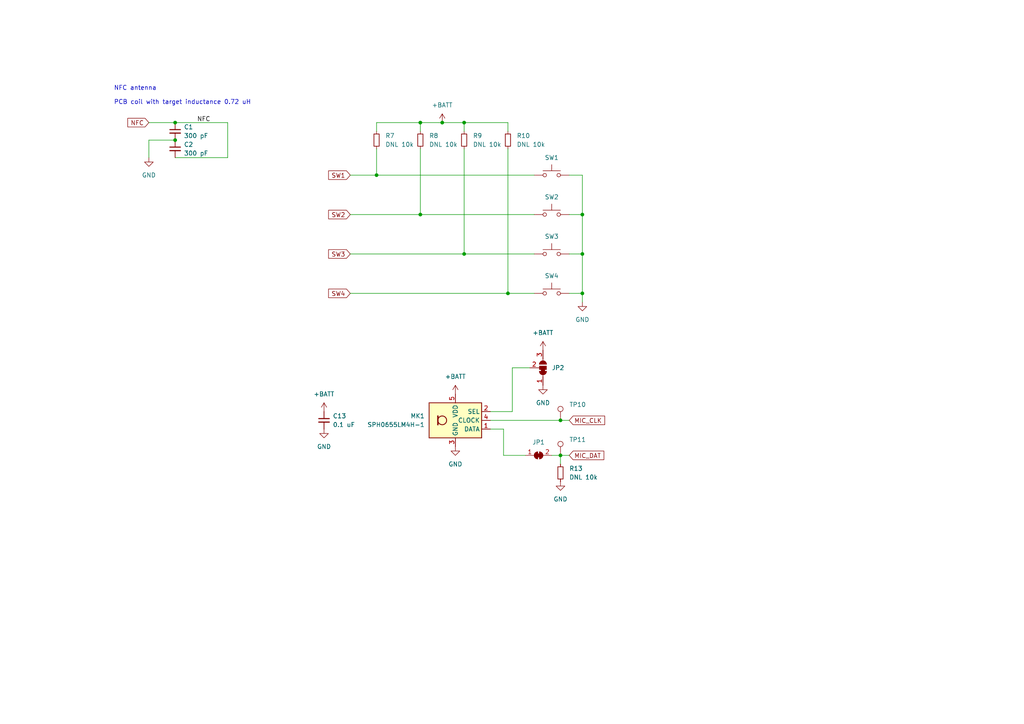
<source format=kicad_sch>
(kicad_sch (version 20211123) (generator eeschema)
  (paper "A4")
  (title_block (title "Paranoids Con Badge") (date "2022-06-21") (rev "A") (company "Yahoo") (comment 1 "See LICENSE file in project root for terms.") (comment 2 "Copyright Yahoo, Licensed under the terms of the Apache-2.0 license.") (comment 4 "Buttons, microphone"))
  (lib_symbols
    (symbol "Connector:TestPoint" (pin_numbers hide) (pin_names (offset 0.762) hide)
      (property "Reference" "TP" (at 0 6.858 0))
      (property "Value" "TestPoint" (at 0 5.08 0))
      (symbol "TestPoint_0_1"
        (circle (center 0 3.302) (radius 0.762))
      )
      (symbol "TestPoint_1_1"
        (pin passive line (at 0 0 90) (length 2.54) (name "1") (number "1"))
      )
    )
    (symbol "Device:C_Small" (pin_numbers hide) (pin_names (offset 0.254) hide)
      (property "Reference" "C" (at 0.254 1.778 0))
      (property "Value" "C_Small" (at 0.254 -2.032 0))
      (symbol "C_Small_0_1"
        (polyline (pts (xy -1.524 -0.508) (xy 1.524 -0.508)) (stroke (width 0.3302)))
        (polyline (pts (xy -1.524 0.508) (xy 1.524 0.508)) (stroke (width 0.3048)))
      )
      (symbol "C_Small_1_1"
        (pin passive line (at 0 2.54 270) (length 2.032) (name "~") (number "1"))
        (pin passive line (at 0 -2.54 90) (length 2.032) (name "~") (number "2"))
      )
    )
    (symbol "Device:R_Small" (pin_numbers hide) (pin_names (offset 0.254) hide)
      (property "Reference" "R" (at 0.762 0.508 0))
      (property "Value" "R_Small" (at 0.762 -1.016 0))
      (symbol "R_Small_0_1"
        (rectangle (start -0.762 1.778) (end 0.762 -1.778) (stroke (width 0.2032)))
      )
      (symbol "R_Small_1_1"
        (pin passive line (at 0 2.54 270) (length 0.762) (name "~") (number "1"))
        (pin passive line (at 0 -2.54 90) (length 0.762) (name "~") (number "2"))
      )
    )
    (symbol "Jumper:SolderJumper_2_Bridged" (pin_names (offset 0) hide)
      (property "Reference" "JP" (at 0 2.032 0))
      (property "Value" "SolderJumper_2_Bridged" (at 0 -2.54 0))
      (symbol "SolderJumper_2_Bridged_0_1"
        (rectangle (start -0.508 0.508) (end 0.508 -0.508) (fill (type outline)))
        (arc (start -0.254 1.016) (mid -1.27 0) (end -0.254 -1.016))
        (arc (start -0.254 1.016) (mid -1.27 0) (end -0.254 -1.016) (fill (type outline)))
        (polyline (pts (xy -0.254 1.016) (xy -0.254 -1.016)))
        (polyline (pts (xy 0.254 1.016) (xy 0.254 -1.016)))
        (arc (start 0.254 -1.016) (mid 1.27 0) (end 0.254 1.016))
        (arc (start 0.254 -1.016) (mid 1.27 0) (end 0.254 1.016) (fill (type outline)))
      )
      (symbol "SolderJumper_2_Bridged_1_1"
        (pin passive line (at -3.81 0 0) (length 2.54) (name "A") (number "1"))
        (pin passive line (at 3.81 0 180) (length 2.54) (name "B") (number "2"))
      )
    )
    (symbol "Jumper:SolderJumper_3_Bridged12" (pin_names (offset 0) hide)
      (property "Reference" "JP" (at -2.54 -2.54 0))
      (property "Value" "SolderJumper_3_Bridged12" (at 0 2.794 0))
      (symbol "SolderJumper_3_Bridged12_0_1"
        (rectangle (start -1.016 0.508) (end -0.508 -0.508) (fill (type outline)))
        (arc (start -1.016 1.016) (mid -2.032 0) (end -1.016 -1.016))
        (arc (start -1.016 1.016) (mid -2.032 0) (end -1.016 -1.016) (fill (type outline)))
        (rectangle (start -0.508 1.016) (end 0.508 -1.016) (fill (type outline)))
        (polyline (pts (xy -2.54 0) (xy -2.032 0)))
        (polyline (pts (xy -1.016 1.016) (xy -1.016 -1.016)))
        (polyline (pts (xy 0 -1.27) (xy 0 -1.016)))
        (polyline (pts (xy 1.016 1.016) (xy 1.016 -1.016)))
        (polyline (pts (xy 2.54 0) (xy 2.032 0)))
        (arc (start 1.016 -1.016) (mid 2.032 0) (end 1.016 1.016))
        (arc (start 1.016 -1.016) (mid 2.032 0) (end 1.016 1.016) (fill (type outline)))
      )
      (symbol "SolderJumper_3_Bridged12_1_1"
        (pin passive line (at -5.08 0 0) (length 2.54) (name "A") (number "1"))
        (pin input line (at 0 -3.81 90) (length 2.54) (name "C") (number "2"))
        (pin passive line (at 5.08 0 180) (length 2.54) (name "B") (number "3"))
      )
    )
    (symbol "Switch:SW_Push" (pin_numbers hide) (pin_names (offset 1.016) hide)
      (property "Reference" "SW" (at 1.27 2.54 0))
      (property "Value" "SW_Push" (at 0 -1.524 0))
      (symbol "SW_Push_0_1"
        (circle (center -2.032 0) (radius 0.508))
        (polyline (pts (xy 0 1.27) (xy 0 3.048)))
        (polyline (pts (xy 2.54 1.27) (xy -2.54 1.27)))
        (circle (center 2.032 0) (radius 0.508))
        (pin passive line (at -5.08 0 0) (length 2.54) (name "1") (number "1"))
        (pin passive line (at 5.08 0 180) (length 2.54) (name "2") (number "2"))
      )
    )
    (symbol "badge_custom_parts:SPH0655LM4H-1"
      (property "Reference" "MK" (at 5.08 6.35 0))
      (property "Value" "SPH0655LM4H-1" (at 8.89 -6.35 0))
      (symbol "SPH0655LM4H-1_1_1"
        (rectangle (start -7.62 5.08) (end 7.62 -5.08) (stroke (width 0.254)) (fill (type background)))
        (circle (center -3.81 0) (radius 1.27) (stroke (width 0.254)))
        (polyline (pts (xy -5.08 1.27) (xy -5.08 -1.27)) (stroke (width 0.381)))
        (pin output line (at 10.16 -2.54 180) (length 2.54) (name "DATA") (number "1"))
        (pin input line (at 10.16 2.54 180) (length 2.54) (name "SEL") (number "2"))
        (pin power_in line (at 0 -7.62 90) (length 2.54) (name "GND") (number "3"))
        (pin input line (at 10.16 0 180) (length 2.54) (name "CLOCK") (number "4"))
        (pin power_in line (at 0 7.62 270) (length 2.54) (name "VDD") (number "5"))
      )
    )
    (symbol "power:+BATT" (power) (pin_names (offset 0))
      (property "Value" "+BATT" (at 0 3.556 0))
      (symbol "+BATT_0_1"
        (polyline (pts (xy -0.762 1.27) (xy 0 2.54)))
        (polyline (pts (xy 0 0) (xy 0 2.54)))
        (polyline (pts (xy 0 2.54) (xy 0.762 1.27)))
      )
      (symbol "+BATT_1_1"
        (pin power_in line (at 0 0 90) (length 0) hide (name "+BATT") (number "1"))
      )
    )
    (symbol "power:GND" (power) (pin_names (offset 0))
      (property "Value" "GND" (at 0 -3.81 0))
      (symbol "GND_0_1"
        (polyline (pts (xy 0 0) (xy 0 -1.27) (xy 1.27 -1.27) (xy 0 -2.54) (xy -1.27 -1.27) (xy 0 -1.27)))
      )
      (symbol "GND_1_1"
        (pin power_in line (at 0 0 270) (length 0) hide (name "GND") (number "1"))
      )
    )
  )
  (junction (at 121.92 35.56))
  (junction (at 162.56 132.08))
  (junction (at 168.91 62.23))
  (junction (at 147.32 85.09))
  (junction (at 50.8 35.56))
  (junction (at 134.62 35.56))
  (junction (at 134.62 73.66))
  (junction (at 128.27 35.56))
  (junction (at 121.92 62.23))
  (junction (at 109.22 50.8))
  (junction (at 50.8 40.64))
  (junction (at 168.91 85.09))
  (junction (at 168.91 73.66))
  (junction (at 162.56 121.92))
  (wire (pts (xy 50.8 40.64) (xy 43.18 40.64)))
  (wire (pts (xy 148.59 106.68) (xy 148.59 119.38)))
  (wire (pts (xy 121.92 38.1) (xy 121.92 35.56)))
  (wire (pts (xy 148.59 119.38) (xy 142.24 119.38)))
  (wire (pts (xy 147.32 35.56) (xy 147.32 38.1)))
  (wire (pts (xy 134.62 43.18) (xy 134.62 73.66)))
  (wire (pts (xy 153.67 106.68) (xy 148.59 106.68)))
  (wire (pts (xy 162.56 121.92) (xy 165.1 121.92)))
  (wire (pts (xy 168.91 73.66) (xy 165.1 73.66)))
  (wire (pts (xy 142.24 121.92) (xy 162.56 121.92)))
  (wire (pts (xy 147.32 85.09) (xy 154.94 85.09)))
  (wire (pts (xy 168.91 87.63) (xy 168.91 85.09)))
  (wire (pts (xy 168.91 73.66) (xy 168.91 85.09)))
  (wire (pts (xy 101.6 73.66) (xy 134.62 73.66)))
  (wire (pts (xy 165.1 50.8) (xy 168.91 50.8)))
  (wire (pts (xy 146.05 132.08) (xy 152.4 132.08)))
  (wire (pts (xy 168.91 85.09) (xy 165.1 85.09)))
  (wire (pts (xy 101.6 85.09) (xy 147.32 85.09)))
  (wire (pts (xy 142.24 124.46) (xy 146.05 124.46)))
  (wire (pts (xy 121.92 35.56) (xy 128.27 35.56)))
  (wire (pts (xy 109.22 35.56) (xy 121.92 35.56)))
  (wire (pts (xy 121.92 62.23) (xy 154.94 62.23)))
  (wire (pts (xy 50.8 35.56) (xy 66.04 35.56)))
  (wire (pts (xy 168.91 50.8) (xy 168.91 62.23)))
  (wire (pts (xy 134.62 73.66) (xy 154.94 73.66)))
  (wire (pts (xy 160.02 132.08) (xy 162.56 132.08)))
  (wire (pts (xy 128.27 35.56) (xy 134.62 35.56)))
  (wire (pts (xy 146.05 124.46) (xy 146.05 132.08)))
  (wire (pts (xy 165.1 62.23) (xy 168.91 62.23)))
  (wire (pts (xy 134.62 38.1) (xy 134.62 35.56)))
  (wire (pts (xy 121.92 43.18) (xy 121.92 62.23)))
  (wire (pts (xy 109.22 50.8) (xy 154.94 50.8)))
  (wire (pts (xy 147.32 43.18) (xy 147.32 85.09)))
  (wire (pts (xy 134.62 35.56) (xy 147.32 35.56)))
  (wire (pts (xy 66.04 35.56) (xy 66.04 45.72)))
  (wire (pts (xy 50.8 45.72) (xy 66.04 45.72)))
  (wire (pts (xy 109.22 43.18) (xy 109.22 50.8)))
  (wire (pts (xy 43.18 35.56) (xy 50.8 35.56)))
  (wire (pts (xy 101.6 50.8) (xy 109.22 50.8)))
  (wire (pts (xy 162.56 132.08) (xy 165.1 132.08)))
  (wire (pts (xy 101.6 62.23) (xy 121.92 62.23)))
  (wire (pts (xy 43.18 40.64) (xy 43.18 45.72)))
  (wire (pts (xy 168.91 62.23) (xy 168.91 73.66)))
  (wire (pts (xy 162.56 132.08) (xy 162.56 134.62)))
  (wire (pts (xy 109.22 35.56) (xy 109.22 38.1)))
  (text "NFC antenna\n\nPCB coil with target inductance 0.72 uH" (at 33.02 30.48 0) (effects (font (size 1.27 1.27)) (justify left bottom)))
  (label "NFC" (at 57.15 35.56 0))
  (global_label "MIC_DAT" (shape input) (at 165.1 132.08 0) (property "Intersheet References" "${INTERSHEET_REFS}" (effects hide)))
  (global_label "SW1" (shape input) (at 101.6 50.8 180) (property "Intersheet References" "${INTERSHEET_REFS}" (effects hide)))
  (global_label "SW3" (shape input) (at 101.6 73.66 180) (property "Intersheet References" "${INTERSHEET_REFS}" (effects hide)))
  (global_label "SW4" (shape input) (at 101.6 85.09 180) (property "Intersheet References" "${INTERSHEET_REFS}" (effects hide)))
  (global_label "MIC_CLK" (shape input) (at 165.1 121.92 0) (property "Intersheet References" "${INTERSHEET_REFS}" (effects hide)))
  (global_label "SW2" (shape input) (at 101.6 62.23 180) (property "Intersheet References" "${INTERSHEET_REFS}" (effects hide)))
  (global_label "NFC" (shape input) (at 43.18 35.56 180) (property "Intersheet References" "${INTERSHEET_REFS}" (effects hide)))
  (symbol (lib_id "Connector:TestPoint") (at 162.56 132.08 0) (unit 1)
    (property "Reference" "TP11" (at 165.1 127.5079 0) (effects (justify left)))
    (property "Value" "TestPoint" (effects hide))
    (property "Footprint" "TestPoint:TestPoint_Pad_1.0x1.0mm" (effects hide))
  )
  (symbol (lib_id "badge_custom_parts:SPH0655LM4H-1") (at 132.08 121.92 0) (unit 1)
    (property "Reference" "MK1" (at 123.19 120.6499 0) (effects (justify right)))
    (property "Value" "SPH0655LM4H-1" (at 123.19 123.1899 0) (effects (justify right)))
    (property "Footprint" "Sensor_Audio:Knowles_LGA-5_3.5x2.65mm" (effects hide))
    (property "Datasheet" "https://www.knowles.com/docs/default-source/default-document-library/sph0655lm4h-1_cornell_ii_datasheet9e1e1c731dff6ddbb37cff0000940c19.pdf" (effects hide))
  )
  (symbol (lib_id "power:GND") (at 168.91 87.63 0) (unit 1)
    (property "Reference" "#PWR0106" (effects hide))
    (property "Value" "GND" (at 168.91 92.71 0))
  )
  (symbol (lib_id "power:+BATT") (at 157.48 101.6 0) (unit 1)
    (property "Reference" "#PWR065" (effects hide))
    (property "Value" "+BATT" (at 157.48 96.52 0))
  )
  (symbol (lib_id "Device:R_Small") (at 121.92 40.64 0) (unit 1)
    (property "Reference" "R8" (at 124.46 39.3699 0) (effects (justify left)))
    (property "Value" "DNL 10k" (at 124.46 41.9099 0) (effects (justify left)))
    (property "Footprint" "Resistor_SMD:R_0603_1608Metric" (effects hide))
  )
  (symbol (lib_id "Device:R_Small") (at 109.22 40.64 0) (unit 1)
    (property "Reference" "R7" (at 111.76 39.3699 0) (effects (justify left)))
    (property "Value" "DNL 10k" (at 111.76 41.9099 0) (effects (justify left)))
    (property "Footprint" "Resistor_SMD:R_0603_1608Metric" (effects hide))
  )
  (symbol (lib_id "Switch:SW_Push") (at 160.02 62.23 0) (unit 1)
    (property "Reference" "SW2" (at 160.02 57.15 0))
    (property "Value" "SW_Push" (effects hide))
    (property "Footprint" "badge_custom_parts:FIXED_SW_Push_1P1T_NO_6x6mm_H9.5mm" (effects hide))
  )
  (symbol (lib_id "Device:C_Small") (at 50.8 43.18 0) (unit 1)
    (property "Reference" "C2" (at 53.34 41.9162 0) (effects (justify left)))
    (property "Value" "300 pF" (at 53.34 44.4562 0) (effects (justify left)))
    (property "Footprint" "Capacitor_SMD:C_0603_1608Metric" (effects hide))
  )
  (symbol (lib_id "Device:R_Small") (at 134.62 40.64 0) (unit 1)
    (property "Reference" "R9" (at 137.16 39.3699 0) (effects (justify left)))
    (property "Value" "DNL 10k" (at 137.16 41.9099 0) (effects (justify left)))
    (property "Footprint" "Resistor_SMD:R_0603_1608Metric" (effects hide))
  )
  (symbol (lib_id "Switch:SW_Push") (at 160.02 85.09 0) (unit 1)
    (property "Reference" "SW4" (at 160.02 80.01 0))
    (property "Value" "SW_Push" (effects hide))
    (property "Footprint" "badge_custom_parts:FIXED_SW_Push_1P1T_NO_6x6mm_H9.5mm" (effects hide))
  )
  (symbol (lib_id "Device:C_Small") (at 50.8 38.1 0) (unit 1)
    (property "Reference" "C1" (at 53.34 36.8362 0) (effects (justify left)))
    (property "Value" "300 pF" (at 53.34 39.3762 0) (effects (justify left)))
    (property "Footprint" "Capacitor_SMD:C_0603_1608Metric" (effects hide))
  )
  (symbol (lib_id "Device:C_Small") (at 93.98 121.92 0) (unit 1)
    (property "Reference" "C13" (at 96.52 120.6562 0) (effects (justify left)))
    (property "Value" "0.1 uF" (at 96.52 123.1962 0) (effects (justify left)))
    (property "Footprint" "Capacitor_SMD:C_0603_1608Metric" (effects hide))
  )
  (symbol (lib_id "power:GND") (at 93.98 124.46 0) (unit 1)
    (property "Reference" "#PWR061" (effects hide))
    (property "Value" "GND" (at 93.98 129.54 0))
  )
  (symbol (lib_id "power:GND") (at 132.08 129.54 0) (unit 1)
    (property "Reference" "#PWR063" (effects hide))
    (property "Value" "GND" (at 132.08 134.62 0))
  )
  (symbol (lib_id "power:+BATT") (at 93.98 119.38 0) (unit 1)
    (property "Reference" "#PWR060" (effects hide))
    (property "Value" "+BATT" (at 93.98 114.3 0))
  )
  (symbol (lib_id "Switch:SW_Push") (at 160.02 50.8 0) (unit 1)
    (property "Reference" "SW1" (at 160.02 45.72 0))
    (property "Value" "SW_Push" (effects hide))
    (property "Footprint" "badge_custom_parts:FIXED_SW_Push_1P1T_NO_6x6mm_H9.5mm" (effects hide))
  )
  (symbol (lib_id "power:GND") (at 43.18 45.72 0) (unit 1)
    (property "Reference" "#PWR0107" (effects hide))
    (property "Value" "GND" (at 43.18 50.8 0))
  )
  (symbol (lib_id "Jumper:SolderJumper_3_Bridged12") (at 157.48 106.68 270) (mirror x) (unit 1)
    (property "Reference" "JP2" (at 160.02 106.6799 90) (effects (justify left)))
    (property "Value" "SolderJumper_3_Bridged12" (effects hide))
    (property "Footprint" "Jumper:SolderJumper-3_P1.3mm_Bridged12_RoundedPad1.0x1.5mm" (effects hide))
  )
  (symbol (lib_id "Device:R_Small") (at 147.32 40.64 0) (unit 1)
    (property "Reference" "R10" (at 149.86 39.3699 0) (effects (justify left)))
    (property "Value" "DNL 10k" (at 149.86 41.9099 0) (effects (justify left)))
    (property "Footprint" "Resistor_SMD:R_0603_1608Metric" (effects hide))
  )
  (symbol (lib_id "Switch:SW_Push") (at 160.02 73.66 0) (unit 1)
    (property "Reference" "SW3" (at 160.02 68.58 0))
    (property "Value" "SW_Push" (effects hide))
    (property "Footprint" "badge_custom_parts:FIXED_SW_Push_1P1T_NO_6x6mm_H9.5mm" (effects hide))
  )
  (symbol (lib_id "power:+BATT") (at 128.27 35.56 0) (unit 1)
    (property "Reference" "#PWR0108" (effects hide))
    (property "Value" "+BATT" (at 128.27 30.48 0))
  )
  (symbol (lib_id "power:GND") (at 157.48 111.76 0) (unit 1)
    (property "Reference" "#PWR066" (effects hide))
    (property "Value" "GND" (at 157.48 116.84 0))
  )
  (symbol (lib_id "Connector:TestPoint") (at 162.56 121.92 0) (unit 1)
    (property "Reference" "TP10" (at 165.1 117.3479 0) (effects (justify left)))
    (property "Value" "TestPoint" (effects hide))
    (property "Footprint" "TestPoint:TestPoint_Pad_1.0x1.0mm" (effects hide))
  )
  (symbol (lib_id "Jumper:SolderJumper_2_Bridged") (at 156.21 132.08 0) (unit 1)
    (property "Reference" "JP1" (at 156.21 128.27 0))
    (property "Value" "SolderJumper_2_Bridged" (effects hide))
    (property "Footprint" "Jumper:SolderJumper-2_P1.3mm_Bridged_RoundedPad1.0x1.5mm" (effects hide))
  )
  (symbol (lib_id "power:+BATT") (at 132.08 114.3 0) (unit 1)
    (property "Reference" "#PWR062" (effects hide))
    (property "Value" "+BATT" (at 132.08 109.22 0))
  )
  (symbol (lib_id "Device:R_Small") (at 162.56 137.16 0) (unit 1)
    (property "Reference" "R13" (at 165.1 135.8899 0) (effects (justify left)))
    (property "Value" "DNL 10k" (at 165.1 138.4299 0) (effects (justify left)))
    (property "Footprint" "Resistor_SMD:R_0603_1608Metric" (effects hide))
  )
  (symbol (lib_id "power:GND") (at 162.56 139.7 0) (unit 1)
    (property "Reference" "#PWR064" (effects hide))
    (property "Value" "GND" (at 162.56 144.78 0))
  )
)
</source>
